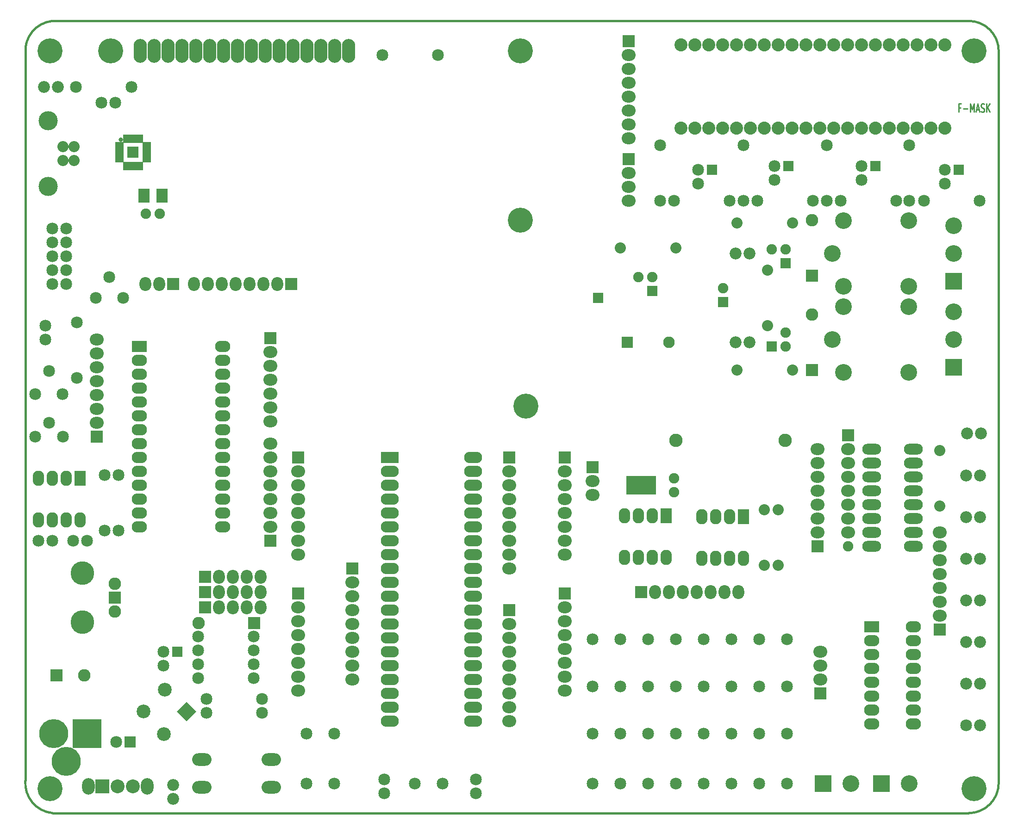
<source format=gts>
G04 #@! TF.FileFunction,Soldermask,Top*
%FSLAX46Y46*%
G04 Gerber Fmt 4.6, Leading zero omitted, Abs format (unit mm)*
G04 Created by KiCad (PCBNEW (2015-01-16 BZR 5376)-product) date 9/1/2016 3:57:13 PM*
%MOMM*%
G01*
G04 APERTURE LIST*
%ADD10C,0.150000*%
%ADD11C,0.381000*%
%ADD12C,0.254000*%
%ADD13R,3.302000X2.082800*%
%ADD14O,3.302000X2.082800*%
%ADD15C,1.905000*%
%ADD16R,5.508000X3.508000*%
%ADD17C,2.159000*%
%ADD18C,2.032000*%
%ADD19C,3.508000*%
%ADD20C,5.308600*%
%ADD21R,5.308600X5.308600*%
%ADD22R,2.286000X2.286000*%
%ADD23O,2.540000X2.159000*%
%ADD24R,2.032000X2.032000*%
%ADD25C,2.286000*%
%ADD26R,2.794000X2.082800*%
%ADD27O,2.794000X2.082800*%
%ADD28C,2.184400*%
%ADD29O,2.159000X2.540000*%
%ADD30O,3.556000X2.308000*%
%ADD31C,2.508000*%
%ADD32O,3.462020X1.983740*%
%ADD33O,2.438400X4.368800*%
%ADD34C,2.387600*%
%ADD35C,4.572000*%
%ADD36R,2.540000X2.540000*%
%ADD37C,2.540000*%
%ADD38O,2.308000X3.008000*%
%ADD39C,4.318000*%
%ADD40C,4.308000*%
%ADD41C,3.048000*%
%ADD42R,2.108000X2.108000*%
%ADD43C,2.108000*%
%ADD44R,1.905000X1.905000*%
%ADD45R,1.508760X0.739140*%
%ADD46R,0.739140X1.508760*%
%ADD47R,2.009140X2.009140*%
%ADD48C,0.807720*%
%ADD49R,3.048000X3.048000*%
%ADD50R,2.082800X2.794000*%
%ADD51O,2.082800X2.794000*%
%ADD52C,2.456180*%
%ADD53R,2.032000X2.540000*%
G04 APERTURE END LIST*
D10*
D11*
X59500000Y-34500000D02*
X59500000Y-168500000D01*
X232000000Y-29500000D02*
X65500000Y-29500000D01*
X237500000Y-169000000D02*
X237500000Y-35000000D01*
X64500000Y-174500000D02*
X232000000Y-174500000D01*
X59500000Y-168500000D02*
G75*
G03X64500000Y-174500000I5500000J-500000D01*
G01*
X65500000Y-29500000D02*
G75*
G03X59500000Y-34500000I-500000J-5500000D01*
G01*
X237500000Y-35000000D02*
G75*
G03X232000000Y-29500000I-5500000J0D01*
G01*
X232000000Y-174500000D02*
G75*
G03X237500000Y-169000000I0J5500000D01*
G01*
D12*
X230508381Y-45391143D02*
X230169715Y-45391143D01*
X230169715Y-46189429D02*
X230169715Y-44665429D01*
X230653524Y-44665429D01*
X231040572Y-45608857D02*
X231814667Y-45608857D01*
X232298477Y-46189429D02*
X232298477Y-44665429D01*
X232637143Y-45754000D01*
X232975810Y-44665429D01*
X232975810Y-46189429D01*
X233411239Y-45754000D02*
X233895048Y-45754000D01*
X233314477Y-46189429D02*
X233653144Y-44665429D01*
X233991810Y-46189429D01*
X234282096Y-46116857D02*
X234427239Y-46189429D01*
X234669143Y-46189429D01*
X234765905Y-46116857D01*
X234814286Y-46044286D01*
X234862667Y-45899143D01*
X234862667Y-45754000D01*
X234814286Y-45608857D01*
X234765905Y-45536286D01*
X234669143Y-45463714D01*
X234475620Y-45391143D01*
X234378858Y-45318571D01*
X234330477Y-45246000D01*
X234282096Y-45100857D01*
X234282096Y-44955714D01*
X234330477Y-44810571D01*
X234378858Y-44738000D01*
X234475620Y-44665429D01*
X234717524Y-44665429D01*
X234862667Y-44738000D01*
X235298096Y-46189429D02*
X235298096Y-44665429D01*
X235878667Y-46189429D02*
X235443239Y-45318571D01*
X235878667Y-44665429D02*
X235298096Y-45536286D01*
D13*
X126172000Y-109410000D03*
D14*
X126172000Y-111950000D03*
X126172000Y-114490000D03*
X126172000Y-117030000D03*
X126172000Y-119570000D03*
X126172000Y-122110000D03*
X126172000Y-124650000D03*
X126172000Y-127190000D03*
X126172000Y-129730000D03*
X126172000Y-132270000D03*
X126172000Y-134810000D03*
X126172000Y-137350000D03*
X126172000Y-139890000D03*
X126172000Y-142430000D03*
X126172000Y-144970000D03*
X126172000Y-147510000D03*
X126172000Y-150050000D03*
X126172000Y-152590000D03*
X126172000Y-155130000D03*
X126172000Y-157670000D03*
X141412000Y-157670000D03*
X141412000Y-155130000D03*
X141412000Y-152590000D03*
X141412000Y-150050000D03*
X141412000Y-147510000D03*
X141412000Y-144970000D03*
X141412000Y-142430000D03*
X141412000Y-139890000D03*
X141412000Y-137350000D03*
X141412000Y-134810000D03*
X141412000Y-132270000D03*
X141412000Y-129730000D03*
X141412000Y-127190000D03*
X141412000Y-124650000D03*
X141412000Y-122110000D03*
X141412000Y-119570000D03*
X141412000Y-117030000D03*
X141412000Y-114490000D03*
X141412000Y-111950000D03*
X141412000Y-109410000D03*
D15*
X178115000Y-115760000D03*
X178115000Y-113220000D03*
D16*
X172115000Y-114490000D03*
D17*
X61315000Y-97805000D03*
X63815000Y-93535000D03*
X66315000Y-97805000D03*
X72364000Y-80160000D03*
X74864000Y-76390000D03*
X77364000Y-80160000D03*
D18*
X68387000Y-55054000D03*
X68387000Y-52514000D03*
X66388020Y-52514000D03*
X66388020Y-55054000D03*
D19*
X63688000Y-59783480D03*
X63688000Y-47784520D03*
D20*
X64704000Y-159956000D03*
D21*
X70800000Y-159956000D03*
D20*
X66990000Y-165036000D03*
D22*
X119314000Y-129730000D03*
D23*
X119314000Y-132270000D03*
X119314000Y-134810000D03*
X119314000Y-137350000D03*
X119314000Y-139890000D03*
X119314000Y-142430000D03*
X119314000Y-144970000D03*
X119314000Y-147510000D03*
X119314000Y-150050000D03*
D22*
X148016000Y-137350000D03*
D23*
X148016000Y-139890000D03*
X148016000Y-142430000D03*
X148016000Y-144970000D03*
X148016000Y-147510000D03*
X148016000Y-150050000D03*
X148016000Y-152590000D03*
X148016000Y-155130000D03*
X148016000Y-157670000D03*
D17*
X206055000Y-52260000D03*
X206055000Y-62420000D03*
X190815000Y-52260000D03*
X190815000Y-62420000D03*
D18*
X168336000Y-71056000D03*
X178496000Y-71056000D03*
D17*
X175575000Y-52260000D03*
X175575000Y-62420000D03*
D22*
X209992000Y-105346000D03*
D23*
X209992000Y-107886000D03*
X209992000Y-110426000D03*
X209992000Y-112966000D03*
X209992000Y-115506000D03*
X209992000Y-118046000D03*
X209992000Y-120586000D03*
X209992000Y-123126000D03*
D15*
X209992000Y-125666000D03*
D17*
X64450000Y-124650000D03*
X61910000Y-124650000D03*
X70800000Y-124650000D03*
X68260000Y-124650000D03*
X125156000Y-170878000D03*
X125156000Y-168338000D03*
X141920000Y-170878000D03*
X141920000Y-168338000D03*
D24*
X78674000Y-161480000D03*
D17*
X76134000Y-161480000D03*
D22*
X65212000Y-149288000D03*
D25*
X70292000Y-149288000D03*
X203388000Y-83248000D03*
D22*
X203388000Y-93408000D03*
D26*
X214310000Y-140398000D03*
D27*
X214310000Y-142938000D03*
X214310000Y-145478000D03*
X214310000Y-148018000D03*
X214310000Y-150558000D03*
X214310000Y-153098000D03*
X214310000Y-155638000D03*
X214310000Y-158178000D03*
X221930000Y-158178000D03*
X221930000Y-155638000D03*
X221930000Y-153098000D03*
X221930000Y-150558000D03*
X221930000Y-148018000D03*
X221930000Y-145478000D03*
X221930000Y-142938000D03*
X221930000Y-140398000D03*
D28*
X189418000Y-88328000D03*
X191958000Y-88328000D03*
X86548000Y-169354000D03*
X86548000Y-171894000D03*
D18*
X195260000Y-75120000D03*
X195260000Y-85280000D03*
D17*
X92644000Y-153606000D03*
X102804000Y-153606000D03*
X76515000Y-122745000D03*
X76515000Y-112585000D03*
X73975000Y-112585000D03*
X73975000Y-122745000D03*
X102804000Y-156146000D03*
X92644000Y-156146000D03*
D18*
X226756000Y-118300000D03*
X226756000Y-108140000D03*
X189672000Y-93408000D03*
X199832000Y-93408000D03*
X189672000Y-66484000D03*
X199832000Y-66484000D03*
D17*
X61275000Y-105600000D03*
X63815000Y-103060000D03*
X66355000Y-105600000D03*
D22*
X163256000Y-111188000D03*
D23*
X163256000Y-113728000D03*
X163256000Y-116268000D03*
D22*
X92390000Y-131254000D03*
D29*
X94930000Y-131254000D03*
X97470000Y-131254000D03*
X100010000Y-131254000D03*
X102550000Y-131254000D03*
D22*
X92390000Y-134048000D03*
D29*
X94930000Y-134048000D03*
X97470000Y-134048000D03*
X100010000Y-134048000D03*
X102550000Y-134048000D03*
D22*
X92390000Y-136842000D03*
D29*
X94930000Y-136842000D03*
X97470000Y-136842000D03*
X100010000Y-136842000D03*
X102550000Y-136842000D03*
D22*
X169860000Y-33210000D03*
D23*
X169860000Y-35750000D03*
X169860000Y-38290000D03*
X169860000Y-40830000D03*
X169860000Y-43370000D03*
X169860000Y-45910000D03*
X169860000Y-48450000D03*
X169860000Y-50990000D03*
D22*
X158176000Y-109410000D03*
D23*
X158176000Y-111950000D03*
X158176000Y-114490000D03*
X158176000Y-117030000D03*
X158176000Y-119570000D03*
X158176000Y-122110000D03*
X158176000Y-124650000D03*
X158176000Y-127190000D03*
D22*
X158176000Y-134302000D03*
D23*
X158176000Y-136842000D03*
X158176000Y-139382000D03*
X158176000Y-141922000D03*
X158176000Y-144462000D03*
X158176000Y-147002000D03*
X158176000Y-149542000D03*
X158176000Y-152082000D03*
D22*
X109408000Y-134302000D03*
D23*
X109408000Y-136842000D03*
X109408000Y-139382000D03*
X109408000Y-141922000D03*
X109408000Y-144462000D03*
X109408000Y-147002000D03*
X109408000Y-149542000D03*
X109408000Y-152082000D03*
D22*
X109408000Y-109410000D03*
D23*
X109408000Y-111950000D03*
X109408000Y-114490000D03*
X109408000Y-117030000D03*
X109408000Y-119570000D03*
X109408000Y-122110000D03*
X109408000Y-124650000D03*
X109408000Y-127190000D03*
D22*
X226756000Y-140906000D03*
D23*
X226756000Y-138366000D03*
X226756000Y-135826000D03*
X226756000Y-133286000D03*
X226756000Y-130746000D03*
X226756000Y-128206000D03*
X226756000Y-125666000D03*
X226756000Y-123126000D03*
D22*
X148016000Y-109410000D03*
D23*
X148016000Y-111950000D03*
X148016000Y-114490000D03*
X148016000Y-117030000D03*
X148016000Y-119570000D03*
X148016000Y-122110000D03*
X148016000Y-124650000D03*
X148016000Y-127190000D03*
X148016000Y-129730000D03*
D30*
X104455000Y-164655000D03*
X104455000Y-169735000D03*
X91755000Y-164655000D03*
X91755000Y-169735000D03*
D31*
X81072687Y-155892000D03*
X85024000Y-151940687D03*
D10*
G36*
X90748737Y-155892000D02*
X88975313Y-157665424D01*
X87201889Y-155892000D01*
X88975313Y-154118576D01*
X90748737Y-155892000D01*
X90748737Y-155892000D01*
G37*
D31*
X84844395Y-160022918D03*
D32*
X214310000Y-107886000D03*
X214310000Y-110426000D03*
X214310000Y-112966000D03*
X214310000Y-115506000D03*
X214310000Y-118046000D03*
X214310000Y-120586000D03*
X214310000Y-123126000D03*
X214310000Y-125666000D03*
X221930000Y-125666000D03*
X221930000Y-123126000D03*
X221930000Y-120586000D03*
X221930000Y-118046000D03*
X221930000Y-115506000D03*
X221930000Y-112966000D03*
X221930000Y-110426000D03*
X221930000Y-107886000D03*
D33*
X80540000Y-35000000D03*
X83080000Y-35000000D03*
X85620000Y-35000000D03*
X88160000Y-35000000D03*
X90700000Y-35000000D03*
X93240000Y-35000000D03*
X95780000Y-35000000D03*
X98320000Y-35000000D03*
X100860000Y-35000000D03*
X103400000Y-35000000D03*
X105940000Y-35000000D03*
X108480000Y-35000000D03*
X111020000Y-35000000D03*
X113560000Y-35000000D03*
X116100000Y-35000000D03*
X118640000Y-35000000D03*
D34*
X179385000Y-49085000D03*
X181925000Y-49085000D03*
X184465000Y-49085000D03*
X187005000Y-49085000D03*
X189545000Y-49085000D03*
X189545000Y-33845000D03*
X187005000Y-33845000D03*
X184465000Y-33845000D03*
X181925000Y-33845000D03*
X179385000Y-33845000D03*
X192085000Y-49085000D03*
X194625000Y-49085000D03*
X197165000Y-49085000D03*
X199705000Y-49085000D03*
X202245000Y-49085000D03*
X202245000Y-33845000D03*
X199705000Y-33845000D03*
X197165000Y-33845000D03*
X194625000Y-33845000D03*
X192085000Y-33845000D03*
X204785000Y-49085000D03*
X207325000Y-49085000D03*
X209865000Y-49085000D03*
X212405000Y-49085000D03*
X214945000Y-49085000D03*
X214945000Y-33845000D03*
X212405000Y-33845000D03*
X209865000Y-33845000D03*
X207325000Y-33845000D03*
X204785000Y-33845000D03*
X217485000Y-49085000D03*
X220025000Y-49085000D03*
X222565000Y-49085000D03*
X225105000Y-49085000D03*
X227645000Y-49085000D03*
X227645000Y-33845000D03*
X225105000Y-33845000D03*
X222565000Y-33845000D03*
X220025000Y-33845000D03*
X217485000Y-33845000D03*
D17*
X221168000Y-52260000D03*
X221168000Y-62420000D03*
D35*
X233000000Y-170000000D03*
X64000000Y-170000000D03*
X233000000Y-35000000D03*
X64000000Y-35000000D03*
D17*
X135824000Y-169100000D03*
X130744000Y-169100000D03*
X173416000Y-142684000D03*
X178496000Y-142684000D03*
X163256000Y-142684000D03*
X168336000Y-142684000D03*
X183576000Y-142684000D03*
X188656000Y-142684000D03*
X193736000Y-142684000D03*
X198816000Y-142684000D03*
X163256000Y-151320000D03*
X168336000Y-151320000D03*
X173416000Y-151320000D03*
X178496000Y-151320000D03*
X183576000Y-151320000D03*
X188656000Y-151320000D03*
X193736000Y-151320000D03*
X198816000Y-151320000D03*
X163256000Y-159956000D03*
X168336000Y-159956000D03*
X173416000Y-159956000D03*
X178496000Y-159956000D03*
X183576000Y-159956000D03*
X188656000Y-159956000D03*
X193736000Y-159956000D03*
X198816000Y-159956000D03*
X163256000Y-169100000D03*
X168336000Y-169100000D03*
X173416000Y-169100000D03*
X178496000Y-169100000D03*
X183576000Y-169100000D03*
X188656000Y-169100000D03*
X193736000Y-169100000D03*
X198816000Y-169100000D03*
X110932000Y-159956000D03*
X116012000Y-159956000D03*
X110932000Y-169100000D03*
X116012000Y-169100000D03*
D36*
X73588920Y-169608000D03*
D37*
X76388000Y-169608000D03*
X79182000Y-169608000D03*
D38*
X81788040Y-169608000D03*
X70987960Y-169608000D03*
D25*
X75880000Y-137604000D03*
D22*
X75880000Y-135064000D03*
D25*
X75880000Y-132524000D03*
D39*
X69880000Y-139564000D03*
D40*
X69880000Y-130564000D03*
D41*
X209072520Y-81820520D03*
X207071000Y-87820000D03*
X221071480Y-81820520D03*
X221071480Y-93819480D03*
X209072520Y-93819480D03*
X209072520Y-66072520D03*
X207071000Y-72072000D03*
X221071480Y-66072520D03*
X221071480Y-78071480D03*
X209072520Y-78071480D03*
D42*
X169606000Y-88328000D03*
D43*
X177226000Y-88328000D03*
D44*
X87310000Y-144970000D03*
D17*
X84770000Y-144970000D03*
X84770000Y-147510000D03*
X91120000Y-147256000D03*
X101280000Y-147256000D03*
X101280000Y-142176000D03*
X91120000Y-142176000D03*
X101280000Y-144716000D03*
X91120000Y-144716000D03*
X91120000Y-149796000D03*
X101280000Y-149796000D03*
D45*
X76682640Y-55031140D03*
X76682640Y-54530760D03*
X76682640Y-54030380D03*
X76682640Y-53530000D03*
X76682640Y-53029620D03*
X76682640Y-52529240D03*
X76682640Y-52028860D03*
D46*
X77680860Y-51030640D03*
X78181240Y-51030640D03*
X78681620Y-51030640D03*
X79182000Y-51030640D03*
X79682380Y-51030640D03*
X80182760Y-51030640D03*
X80683140Y-51030640D03*
D45*
X81681360Y-52028860D03*
X81681360Y-52529240D03*
X81681360Y-53029620D03*
X81681360Y-53530000D03*
X81681360Y-54030380D03*
X81681360Y-54530760D03*
X81681360Y-55031140D03*
D46*
X80683140Y-56029360D03*
X80182760Y-56029360D03*
X79682380Y-56029360D03*
X79182000Y-56029360D03*
X78681620Y-56029360D03*
X78181240Y-56029360D03*
X77680860Y-56029360D03*
D47*
X79182000Y-53530000D03*
D48*
X76931560Y-51279560D03*
D17*
X73406000Y-44450000D03*
X75946000Y-44450000D03*
D44*
X174178000Y-78930000D03*
D15*
X174178000Y-76390000D03*
X171638000Y-76390000D03*
D44*
X230185000Y-56705000D03*
D17*
X227645000Y-56705000D03*
X227645000Y-59245000D03*
D44*
X199070000Y-56070000D03*
D17*
X196530000Y-56070000D03*
X196530000Y-58610000D03*
D44*
X185100000Y-56705000D03*
D17*
X182560000Y-56705000D03*
X182560000Y-59245000D03*
D44*
X214945000Y-56070000D03*
D17*
X212405000Y-56070000D03*
X212405000Y-58610000D03*
D44*
X198562000Y-73850000D03*
D15*
X198562000Y-71310000D03*
X196022000Y-71310000D03*
D44*
X196022000Y-89090000D03*
D15*
X198562000Y-89090000D03*
X198562000Y-86550000D03*
D22*
X104328000Y-124650000D03*
D23*
X104328000Y-122110000D03*
X104328000Y-119570000D03*
X104328000Y-117030000D03*
X104328000Y-114490000D03*
X104328000Y-111950000D03*
X104328000Y-109410000D03*
X104328000Y-106870000D03*
D22*
X104328000Y-87566000D03*
D23*
X104328000Y-90106000D03*
X104328000Y-92646000D03*
X104328000Y-95186000D03*
X104328000Y-97726000D03*
X104328000Y-100266000D03*
X104328000Y-102806000D03*
D18*
X194625000Y-118935000D03*
X194625000Y-129095000D03*
D17*
X68895000Y-84645000D03*
X68895000Y-94805000D03*
X134935000Y-35750000D03*
X124775000Y-35750000D03*
D18*
X197165000Y-129095000D03*
X197165000Y-118935000D03*
D17*
X223835000Y-62420000D03*
X233995000Y-62420000D03*
X208595000Y-62420000D03*
X218755000Y-62420000D03*
X193355000Y-62420000D03*
X203515000Y-62420000D03*
X178115000Y-62420000D03*
X188275000Y-62420000D03*
D28*
X231582000Y-150812000D03*
X234122000Y-150812000D03*
X231582000Y-143192000D03*
X234122000Y-143192000D03*
X231582000Y-135572000D03*
X234122000Y-135572000D03*
X231582000Y-127952000D03*
X234122000Y-127952000D03*
X231582000Y-120332000D03*
X234122000Y-120332000D03*
X231582000Y-112712000D03*
X234122000Y-112712000D03*
D17*
X63180000Y-87820000D03*
X63180000Y-85280000D03*
D15*
X81534000Y-64770000D03*
X84074000Y-64770000D03*
D22*
X108138000Y-77660000D03*
D29*
X105598000Y-77660000D03*
X103058000Y-77660000D03*
X100518000Y-77660000D03*
X97978000Y-77660000D03*
X95438000Y-77660000D03*
X92898000Y-77660000D03*
X90358000Y-77660000D03*
D49*
X216088000Y-169100000D03*
D41*
X221168000Y-169100000D03*
D17*
X66990000Y-77660000D03*
X64450000Y-77660000D03*
X66990000Y-75120000D03*
X64450000Y-75120000D03*
X66990000Y-72580000D03*
X64450000Y-72580000D03*
X66990000Y-70040000D03*
X64450000Y-70040000D03*
X66990000Y-67500000D03*
X64450000Y-67500000D03*
D28*
X189418000Y-72072000D03*
X191958000Y-72072000D03*
X231730000Y-105000000D03*
X234270000Y-105000000D03*
D50*
X190815000Y-120205000D03*
D51*
X188275000Y-120205000D03*
X185735000Y-120205000D03*
X183195000Y-120205000D03*
X183195000Y-127825000D03*
X185735000Y-127825000D03*
X188275000Y-127825000D03*
X190815000Y-127825000D03*
D50*
X176718000Y-120078000D03*
D51*
X174178000Y-120078000D03*
X171638000Y-120078000D03*
X169098000Y-120078000D03*
X169098000Y-127698000D03*
X171638000Y-127698000D03*
X174178000Y-127698000D03*
X176718000Y-127698000D03*
D52*
X178435040Y-106235000D03*
X198435000Y-106235000D03*
D25*
X203388000Y-65976000D03*
D22*
X203388000Y-76136000D03*
X204404000Y-125666000D03*
D23*
X204404000Y-123126000D03*
X204404000Y-120586000D03*
X204404000Y-118046000D03*
X204404000Y-115506000D03*
X204404000Y-112966000D03*
X204404000Y-110426000D03*
X204404000Y-107886000D03*
D49*
X229296000Y-77152000D03*
D41*
X229296000Y-72072000D03*
X229296000Y-66992000D03*
D22*
X86548000Y-77660000D03*
D29*
X84008000Y-77660000D03*
X81468000Y-77660000D03*
D22*
X172146000Y-134048000D03*
D29*
X174686000Y-134048000D03*
X177226000Y-134048000D03*
X179766000Y-134048000D03*
X182306000Y-134048000D03*
X184846000Y-134048000D03*
X187386000Y-134048000D03*
X189926000Y-134048000D03*
D22*
X169860000Y-54800000D03*
D23*
X169860000Y-57340000D03*
X169860000Y-59880000D03*
X169860000Y-62420000D03*
D49*
X229296000Y-92900000D03*
D41*
X229296000Y-87820000D03*
X229296000Y-82740000D03*
D49*
X205420000Y-169100000D03*
D41*
X210500000Y-169100000D03*
D44*
X187132000Y-80962000D03*
D15*
X187132000Y-78422000D03*
D22*
X204912000Y-152590000D03*
D23*
X204912000Y-150050000D03*
X204912000Y-147510000D03*
X204912000Y-144970000D03*
D26*
X80325000Y-89090000D03*
D27*
X80325000Y-91630000D03*
X80325000Y-94170000D03*
X80325000Y-96710000D03*
X80325000Y-99250000D03*
X80325000Y-101790000D03*
X80325000Y-104330000D03*
X80325000Y-106870000D03*
X80325000Y-109410000D03*
X80325000Y-111950000D03*
X80325000Y-114490000D03*
X80325000Y-117030000D03*
X80325000Y-119570000D03*
X80325000Y-122110000D03*
X95565000Y-122110000D03*
X95565000Y-119570000D03*
X95565000Y-117030000D03*
X95565000Y-114490000D03*
X95565000Y-111950000D03*
X95565000Y-109410000D03*
X95565000Y-106870000D03*
X95565000Y-104330000D03*
X95565000Y-101790000D03*
X95565000Y-99250000D03*
X95565000Y-96710000D03*
X95565000Y-94170000D03*
X95565000Y-91630000D03*
X95565000Y-89090000D03*
D50*
X69530000Y-113220000D03*
D51*
X66990000Y-113220000D03*
X64450000Y-113220000D03*
X61910000Y-113220000D03*
X61910000Y-120840000D03*
X64450000Y-120840000D03*
X66990000Y-120840000D03*
X69530000Y-120840000D03*
D22*
X72578000Y-105600000D03*
D23*
X72578000Y-103060000D03*
X72578000Y-100520000D03*
X72578000Y-97980000D03*
X72578000Y-95440000D03*
X72578000Y-92900000D03*
X72578000Y-90360000D03*
X72578000Y-87820000D03*
D17*
X231582000Y-158432000D03*
D28*
X234122000Y-158432000D03*
D44*
X164272000Y-80200000D03*
D17*
X68768000Y-41592000D03*
X78928000Y-41592000D03*
D28*
X65466000Y-41592000D03*
X62926000Y-41592000D03*
D53*
X81153000Y-61468000D03*
X84455000Y-61468000D03*
D25*
X91186000Y-139700000D03*
D22*
X101346000Y-139700000D03*
D35*
X151000000Y-100000000D03*
X150050500Y-34988500D03*
X150050500Y-65976500D03*
X75057000Y-34988500D03*
M02*

</source>
